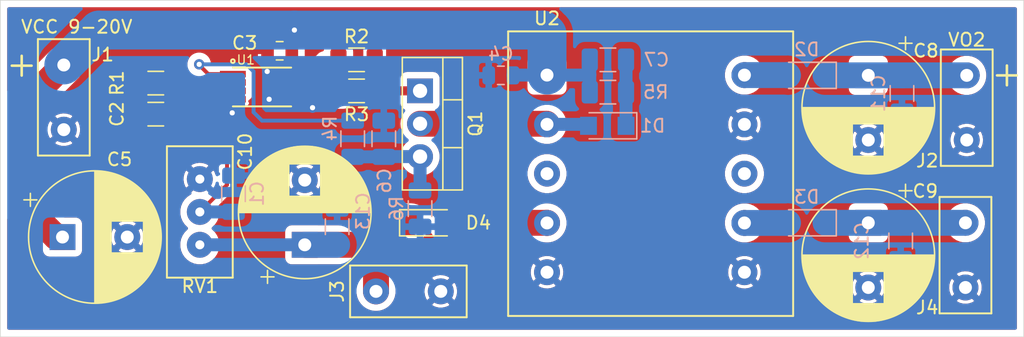
<source format=kicad_pcb>
(kicad_pcb (version 20171130) (host pcbnew 5.1.5+dfsg1-2build2)
  (layers (0 F.Cu signal) (31 B.Cu signal) (34 B.Paste user) (35 F.Paste user) (36 B.SilkS user) (37 F.SilkS user) (38 B.Mask user) (39 F.Mask user) (44 Edge.Cuts user))
  (net 0 "")
  (net 1 "Net-(C1-Pad1)")
  (net 2 GND)
  (net 3 "Net-(C2-Pad1)")
  (net 4 +12V)
  (net 5 "Net-(C6-Pad1)")
  (net 6 "Net-(C7-Pad2)")
  (net 7 +40V)
  (net 8 +7V)
  (net 9 +x)
  (net 10 "Net-(D1-Pad2)")
  (net 11 "Net-(D2-Pad2)")
  (net 12 "Net-(D3-Pad2)")
  (net 13 "Net-(D4-Pad2)")
  (net 14 "Net-(Q1-Pad1)")
  (net 15 "Net-(R1-Pad2)")
  (net 16 "Net-(R2-Pad2)")
  (net 17 "Net-(R3-Pad2)")
  (net 18 "Net-(R4-Pad2)")
  (module Capacitor_SMD:C_0805_2012Metric (layer B.Cu) (at 96.6375 51.8 180)
    (fp_text reference C4 (at 0 1.65) (layer B.SilkS) (effects (justify mirror)))
    (fp_text value 1u)
    (pad 1 smd roundrect (at -0.9375 0 180) (size 0.975 1.4) (layers B.Cu B.Paste B.Mask) (net 4 +12V))
    (pad 2 smd roundrect (at 0.9375 0 180) (size 0.975 1.4) (layers B.Cu B.Paste B.Mask) (net 2 GND))
  )
  (module Capacitor_SMD:C_1206_3216Metric (layer B.Cu) (at 76 60.95 90)
    (fp_text reference C1 (at 0 1.82 90) (layer B.SilkS) (effects (justify mirror)))
    (fp_text value 100p)
    (pad 1 smd roundrect (at -1.4 0 90) (size 1.25 1.75) (layers B.Cu B.Paste B.Mask) (roundrect_rratio 0.2) (net 1 "Net-(C1-Pad1)"))
    (pad 2 smd roundrect (at 1.4 0 90) (size 1.25 1.75) (layers B.Cu B.Paste B.Mask) (roundrect_rratio 0.2) (net 2 GND))
  )
  (module Capacitor_SMD:C_1206_3216Metric (layer F.Cu) (at 70 54.8)
    (fp_text reference C2 (at -3 0 90) (layer F.SilkS))
    (fp_text value 1n)
    (pad 1 smd roundrect (at -1.4 0) (size 1.25 1.75) (layers F.Cu F.Paste F.Mask) (roundrect_rratio 0.2) (net 3 "Net-(C2-Pad1)"))
    (pad 2 smd roundrect (at 1.4 0) (size 1.25 1.75) (layers F.Cu F.Paste F.Mask) (roundrect_rratio 0.2) (net 2 GND))
  )
  (module Capacitor_SMD:C_0805_2012Metric (layer F.Cu) (at 79.5625 49.9 180)
    (fp_text reference C3 (at 2.7 0.6) (layer F.SilkS))
    (fp_text value 1u)
    (pad 2 smd roundrect (at 0.9375 0 180) (size 0.975 1.4) (layers F.Cu F.Paste F.Mask) (net 2 GND))
    (pad 1 smd roundrect (at -0.9375 0 180) (size 0.975 1.4) (layers F.Cu F.Paste F.Mask) (net 4 +12V))
  )
  (module Capacitor_THT:CP_Radial_D10.0mm_P5.00mm (layer F.Cu) (at 62.8 64.3)
    (fp_text reference C5 (at 4.4 -6) (layer F.SilkS))
    (fp_text value 470u)
    (pad 1 thru_hole rect (at 0 0) (size 2 2) (drill 1) (layers *.Cu *.Mask) (net 4 +12V))
    (pad 2 thru_hole circle (at 5 0) (size 2 2) (drill 1) (layers *.Cu *.Mask) (net 2 GND))
  )
  (module Capacitor_SMD:C_1206_3216Metric (layer B.Cu) (at 87.6 56.7 90)
    (fp_text reference C6 (at -3.25 0.05 90) (layer B.SilkS) (effects (justify mirror)))
    (fp_text value 1n)
    (pad 2 smd roundrect (at 1.4 0 90) (size 1.25 1.75) (layers B.Cu B.Paste B.Mask) (roundrect_rratio 0.2) (net 2 GND))
    (pad 1 smd roundrect (at -1.4 0 90) (size 1.25 1.75) (layers B.Cu B.Paste B.Mask) (roundrect_rratio 0.2) (net 5 "Net-(C6-Pad1)"))
  )
  (module Capacitor_SMD:C_1206_3216Metric (layer B.Cu) (at 104.9 50.6)
    (fp_text reference C7 (at 3.75 0) (layer B.SilkS) (effects (justify mirror)))
    (fp_text value 100n)
    (pad 2 smd roundrect (at 1.4 0) (size 1.25 1.75) (layers B.Cu B.Paste B.Mask) (roundrect_rratio 0.2) (net 6 "Net-(C7-Pad2)"))
    (pad 1 smd roundrect (at -1.4 0) (size 1.25 1.75) (layers B.Cu B.Paste B.Mask) (roundrect_rratio 0.2) (net 4 +12V))
  )
  (module Capacitor_THT:CP_Radial_D10.0mm_P5.00mm (layer F.Cu) (at 125 51.8 270)
    (fp_text reference C8 (at -1.9 -4.45 180) (layer F.SilkS))
    (fp_text value 220u/63V)
    (pad 1 thru_hole rect (at 0 0 270) (size 2 2) (drill 1) (layers *.Cu *.Mask) (net 7 +40V))
    (pad 2 thru_hole circle (at 5 0 270) (size 2 2) (drill 1) (layers *.Cu *.Mask) (net 2 GND))
  )
  (module Capacitor_THT:CP_Radial_D10.0mm_P5.00mm (layer F.Cu) (at 125 63.2 270)
    (fp_text reference C9 (at -2.45 -4.4) (layer F.SilkS))
    (fp_text value 470u/25V)
    (pad 2 thru_hole circle (at 5 0 270) (size 2 2) (drill 1) (layers *.Cu *.Mask) (net 2 GND))
    (pad 1 thru_hole rect (at 0 0 270) (size 2 2) (drill 1) (layers *.Cu *.Mask) (net 9 +x))
  )
  (module Capacitor_THT:CP_Radial_D10.0mm_P5.00mm (layer F.Cu) (at 81.5 64.9 90)
    (fp_text reference C10 (at 7.2 -4.6 90) (layer F.SilkS))
    (fp_text value 470u)
    (pad 2 thru_hole circle (at 5 0 90) (size 2 2) (drill 1) (layers *.Cu *.Mask) (net 2 GND))
    (pad 1 thru_hole rect (at 0 0 90) (size 2 2) (drill 1) (layers *.Cu *.Mask) (net 8 +7V))
  )
  (module Capacitor_SMD:C_1206_3216Metric (layer B.Cu) (at 127.6 53.2 270)
    (fp_text reference C11 (at 0 1.82 90) (layer B.SilkS) (effects (justify mirror)))
    (fp_text value 100n)
    (pad 1 smd roundrect (at -1.4 0 270) (size 1.25 1.75) (layers B.Cu B.Paste B.Mask) (roundrect_rratio 0.2) (net 7 +40V))
    (pad 2 smd roundrect (at 1.4 0 270) (size 1.25 1.75) (layers B.Cu B.Paste B.Mask) (roundrect_rratio 0.2) (net 2 GND))
  )
  (module Capacitor_SMD:C_1206_3216Metric (layer B.Cu) (at 127.5 64.6 270)
    (fp_text reference C12 (at 0 3 270) (layer B.SilkS) (effects (justify mirror)))
    (fp_text value 100n)
    (pad 1 smd roundrect (at -1.4 0 270) (size 1.25 1.75) (layers B.Cu B.Paste B.Mask) (roundrect_rratio 0.2) (net 9 +x))
    (pad 2 smd roundrect (at 1.4 0 270) (size 1.25 1.75) (layers B.Cu B.Paste B.Mask) (roundrect_rratio 0.2) (net 2 GND))
  )
  (module Capacitor_SMD:C_1206_3216Metric (layer B.Cu) (at 84 63.5 90)
    (fp_text reference C13 (at 1.2 2 90) (layer B.SilkS) (effects (justify mirror)))
    (fp_text value 100n)
    (pad 2 smd roundrect (at 1.4 0 90) (size 1.25 1.75) (layers B.Cu B.Paste B.Mask) (roundrect_rratio 0.2) (net 2 GND))
    (pad 1 smd roundrect (at -1.4 0 90) (size 1.25 1.75) (layers B.Cu B.Paste B.Mask) (roundrect_rratio 0.2) (net 8 +7V))
  )
  (module hardware_v1:eylet_connector (layer F.Cu) (at 62.9 51)
    (fp_text reference J1 (at 3 -0.8) (layer F.SilkS))
    (fp_text value Conn_01x02)
    (pad 1 thru_hole circle (at 0 0) (size 2 2) (drill 1) (layers *.Cu *.Mask) (net 4 +12V))
    (pad 2 thru_hole circle (at 0 5) (size 2 2) (drill 1) (layers *.Cu *.Mask) (net 2 GND))
  )
  (module hardware_v1:eylet_connector (layer F.Cu) (at 132.6 51.8)
    (fp_text reference J2 (at -3.05 6.6) (layer F.SilkS))
    (fp_text value Conn_01x02)
    (pad 2 thru_hole circle (at 0 5) (size 2 2) (drill 1) (layers *.Cu *.Mask) (net 2 GND))
    (pad 1 thru_hole circle (at 0 0) (size 2 2) (drill 1) (layers *.Cu *.Mask) (net 7 +40V))
  )
  (module hardware_v1:eylet_connector (layer F.Cu) (at 87 68.5 90)
    (fp_text reference J3 (at 0 -3 90) (layer F.SilkS))
    (fp_text value Conn_01x02)
    (pad 2 thru_hole circle (at 0 5 90) (size 2 2) (drill 1) (layers *.Cu *.Mask) (net 2 GND))
    (pad 1 thru_hole circle (at 0 0 90) (size 2 2) (drill 1) (layers *.Cu *.Mask) (net 8 +7V))
  )
  (module hardware_v1:eylet_connector (layer F.Cu) (at 132.5 63.2)
    (fp_text reference J4 (at -2.95 6.55) (layer F.SilkS))
    (fp_text value Conn_01x02)
    (pad 1 thru_hole circle (at 0 0) (size 2 2) (drill 1) (layers *.Cu *.Mask) (net 9 +x))
    (pad 2 thru_hole circle (at 0 5) (size 2 2) (drill 1) (layers *.Cu *.Mask) (net 2 GND))
  )
  (module Package_TO_SOT_THT:TO-220-3_Vertical (layer F.Cu) (at 90.4 53 270)
    (fp_text reference Q1 (at 2.54 -4.27 90) (layer F.SilkS))
    (fp_text value Q_NMOS_GDS)
    (pad 1 thru_hole rect (at 0 0 270) (size 1.905 2) (drill 1.1) (layers *.Cu *.Mask) (net 14 "Net-(Q1-Pad1)"))
    (pad 2 thru_hole oval (at 2.54 0 270) (size 1.905 2) (drill 1.1) (layers *.Cu *.Mask) (net 10 "Net-(D1-Pad2)"))
    (pad 3 thru_hole oval (at 5.08 0 270) (size 1.905 2) (drill 1.1) (layers *.Cu *.Mask) (net 5 "Net-(C6-Pad1)"))
  )
  (module Resistor_SMD:R_1206_3216Metric (layer F.Cu) (at 70 52.4)
    (fp_text reference R1 (at -3 0 90) (layer F.SilkS))
    (fp_text value 100k)
    (pad 2 smd roundrect (at 1.4 0) (size 1.25 1.75) (layers F.Cu F.Paste F.Mask) (roundrect_rratio 0.2) (net 15 "Net-(R1-Pad2)"))
    (pad 1 smd roundrect (at -1.4 0) (size 1.25 1.75) (layers F.Cu F.Paste F.Mask) (roundrect_rratio 0.2) (net 3 "Net-(C2-Pad1)"))
  )
  (module Resistor_SMD:R_1206_3216Metric (layer F.Cu) (at 85.5 50.6 180)
    (fp_text reference R2 (at 0 1.8) (layer F.SilkS))
    (fp_text value 100k)
    (pad 2 smd roundrect (at 1.4 0 180) (size 1.25 1.75) (layers F.Cu F.Paste F.Mask) (roundrect_rratio 0.2) (net 16 "Net-(R2-Pad2)"))
    (pad 1 smd roundrect (at -1.4 0 180) (size 1.25 1.75) (layers F.Cu F.Paste F.Mask) (roundrect_rratio 0.2) (net 2 GND))
  )
  (module Resistor_SMD:R_1206_3216Metric (layer F.Cu) (at 85.5 53 180)
    (fp_text reference R3 (at 0 -1.82) (layer F.SilkS))
    (fp_text value 4.7)
    (pad 1 smd roundrect (at -1.4 0 180) (size 1.25 1.75) (layers F.Cu F.Paste F.Mask) (roundrect_rratio 0.2) (net 14 "Net-(Q1-Pad1)"))
    (pad 2 smd roundrect (at 1.4 0 180) (size 1.25 1.75) (layers F.Cu F.Paste F.Mask) (roundrect_rratio 0.2) (net 17 "Net-(R3-Pad2)"))
  )
  (module Resistor_SMD:R_1206_3216Metric (layer B.Cu) (at 85.2 56.7 90)
    (fp_text reference R4 (at 0.8 -1.75 90) (layer B.SilkS) (effects (justify mirror)))
    (fp_text value 1k)
    (pad 1 smd roundrect (at -1.4 0 90) (size 1.25 1.75) (layers B.Cu B.Paste B.Mask) (roundrect_rratio 0.2) (net 5 "Net-(C6-Pad1)"))
    (pad 2 smd roundrect (at 1.4 0 90) (size 1.25 1.75) (layers B.Cu B.Paste B.Mask) (roundrect_rratio 0.2) (net 18 "Net-(R4-Pad2)"))
  )
  (module Resistor_SMD:R_1206_3216Metric (layer B.Cu) (at 104.9 53.1 180)
    (fp_text reference R5 (at -3.7 0) (layer B.SilkS) (effects (justify mirror)))
    (fp_text value 1k)
    (pad 1 smd roundrect (at -1.4 0 180) (size 1.25 1.75) (layers B.Cu B.Paste B.Mask) (roundrect_rratio 0.2) (net 6 "Net-(C7-Pad2)"))
    (pad 2 smd roundrect (at 1.4 0 180) (size 1.25 1.75) (layers B.Cu B.Paste B.Mask) (roundrect_rratio 0.2) (net 4 +12V))
  )
  (module Resistor_SMD:R_1206_3216Metric (layer B.Cu) (at 90.4 62.1 270)
    (fp_text reference R6 (at 0 1.82 270) (layer B.SilkS) (effects (justify mirror)))
    (fp_text value 0.220)
    (pad 2 smd roundrect (at 1.4 0 270) (size 1.25 1.75) (layers B.Cu B.Paste B.Mask) (roundrect_rratio 0.2) (net 2 GND))
    (pad 1 smd roundrect (at -1.4 0 270) (size 1.25 1.75) (layers B.Cu B.Paste B.Mask) (roundrect_rratio 0.2) (net 5 "Net-(C6-Pad1)"))
  )
  (module hardware_v1:pot_multiturn (layer F.Cu) (at 73.4 64.9 180)
    (fp_text reference RV1 (at 0 -3.2) (layer F.SilkS))
    (fp_text value 100k)
    (pad 1 thru_hole circle (at 0 0 180) (size 2 2) (drill 0.7) (layers *.Cu *.Mask) (net 8 +7V))
    (pad 2 thru_hole circle (at 0 2.54 180) (size 2 2) (drill 0.7) (layers *.Cu *.Mask) (net 1 "Net-(C1-Pad1)"))
    (pad 3 thru_hole circle (at 0 5.08 180) (size 2 2) (drill 0.7) (layers *.Cu *.Mask) (net 2 GND))
  )
  (module hardware_v1:LM3488 (layer F.Cu) (at 75.95 51.7 270)
    (fp_text reference U1 (at -1.1 -1) (layer F.SilkS) (effects (font (size 0.7 0.7) (thickness 0.1))))
    (fp_text value LM3488)
    (pad 1 smd rect (at 0 0 270) (size 0.5 2) (layers F.Cu F.Paste F.Mask) (net 18 "Net-(R4-Pad2)"))
    (pad 2 smd rect (at 0.65 0 270) (size 0.5 2) (layers F.Cu F.Paste F.Mask) (net 15 "Net-(R1-Pad2)"))
    (pad 3 smd rect (at 1.3 0 270) (size 0.5 2) (layers F.Cu F.Paste F.Mask) (net 1 "Net-(C1-Pad1)"))
    (pad 4 smd rect (at 1.95 0 270) (size 0.5 2) (layers F.Cu F.Paste F.Mask) (net 2 GND))
    (pad 5 smd rect (at 1.95 -4.55 270) (size 0.5 2) (layers F.Cu F.Paste F.Mask) (net 2 GND))
    (pad 6 smd rect (at 1.3 -4.55 270) (size 0.5 2) (layers F.Cu F.Paste F.Mask) (net 17 "Net-(R3-Pad2)"))
    (pad 7 smd rect (at 0.65 -4.55 270) (size 0.5 2) (layers F.Cu F.Paste F.Mask) (net 16 "Net-(R2-Pad2)"))
    (pad 8 smd rect (at 0 -4.55 270) (size 0.5 2) (layers F.Cu F.Paste F.Mask) (net 4 +12V))
  )
  (module hardware_v1:B66206B1110T001 (layer F.Cu) (at 100.2 59.4)
    (fp_text reference U2 (at 0 -12) (layer F.SilkS))
    (fp_text value B66206B1110T001)
    (pad 1 thru_hole rect (at 0 -7.62) (size 2 2) (drill 1) (layers *.Cu *.Mask) (net 4 +12V))
    (pad 2 thru_hole circle (at 0 -3.81) (size 2 2) (drill 1) (layers *.Cu *.Mask) (net 10 "Net-(D1-Pad2)"))
    (pad 3 thru_hole circle (at 0 0) (size 2 2) (drill 1) (layers *.Cu *.Mask))
    (pad 4 thru_hole circle (at 0 3.81) (size 2 2) (drill 1) (layers *.Cu *.Mask) (net 13 "Net-(D4-Pad2)"))
    (pad 5 thru_hole circle (at 0 7.62) (size 2 2) (drill 1) (layers *.Cu *.Mask) (net 2 GND))
    (pad 6 thru_hole circle (at 15.24 7.62) (size 2 2) (drill 1) (layers *.Cu *.Mask) (net 2 GND))
    (pad 7 thru_hole circle (at 15.24 3.81) (size 2 2) (drill 1) (layers *.Cu *.Mask) (net 12 "Net-(D3-Pad2)"))
    (pad 8 thru_hole circle (at 15.24 0) (size 2 2) (drill 1) (layers *.Cu *.Mask))
    (pad 9 thru_hole circle (at 15.24 -3.81) (size 2 2) (drill 1) (layers *.Cu *.Mask) (net 2 GND))
    (pad 10 thru_hole circle (at 15.24 -7.62) (size 2 2) (drill 1) (layers *.Cu *.Mask) (net 11 "Net-(D2-Pad2)"))
  )
  (module Diode_SMD:D_SMF (layer B.Cu) (at 104.85 55.7 180)
    (fp_text reference D1 (at -3.5 0) (layer B.SilkS) (effects (justify mirror)))
    (fp_text value V2F22HM3/H)
    (pad 2 smd rect (at 1.45 0 180) (size 1.3 1.4) (layers B.Cu B.Paste B.Mask) (net 10 "Net-(D1-Pad2)"))
    (pad 1 smd rect (at -1.45 0 180) (size 1.3 1.4) (layers B.Cu B.Paste B.Mask) (net 6 "Net-(C7-Pad2)"))
  )
  (module Diode_SMD:D_SMF (layer B.Cu) (at 120.25 51.8 180)
    (fp_text reference D2 (at 0 2) (layer B.SilkS) (effects (justify mirror)))
    (fp_text value V2F22HM3/H)
    (pad 1 smd rect (at -1.45 0 180) (size 1.3 1.4) (layers B.Cu B.Paste B.Mask) (net 7 +40V))
    (pad 2 smd rect (at 1.45 0 180) (size 1.3 1.4) (layers B.Cu B.Paste B.Mask) (net 11 "Net-(D2-Pad2)"))
  )
  (module Diode_SMD:D_SMF (layer B.Cu) (at 120.25 63.2 180)
    (fp_text reference D3 (at 0 2) (layer B.SilkS) (effects (justify mirror)))
    (fp_text value V2F22HM3/H)
    (pad 1 smd rect (at -1.45 0 180) (size 1.3 1.4) (layers B.Cu B.Paste B.Mask) (net 9 +x))
    (pad 2 smd rect (at 1.45 0 180) (size 1.3 1.4) (layers B.Cu B.Paste B.Mask) (net 12 "Net-(D3-Pad2)"))
  )
  (module Diode_SMD:D_SMF (layer F.Cu) (at 91.1 63.2)
    (fp_text reference D4 (at 3.8 0) (layer F.SilkS))
    (fp_text value V2F22HM3/H)
    (pad 2 smd rect (at 1.45 0) (size 1.3 1.4) (layers F.Cu F.Paste F.Mask) (net 13 "Net-(D4-Pad2)"))
    (pad 1 smd rect (at -1.45 0) (size 1.3 1.4) (layers F.Cu F.Paste F.Mask) (net 8 +7V))
  )
  (gr_text + (at 135.7 51.65) (layer F.SilkS) (effects (font (size 2 2) (thickness 0.2))))
  (gr_text VO2 (at 132.6 49.05) (layer F.SilkS) (effects (font (size 1 1))))
  (gr_text + (at 59.65 50.9) (layer F.SilkS) (effects (font (size 2 2) (thickness 0.2))))
  (gr_text "VCC 9-20V" (at 63.9 48.05) (layer F.SilkS) (effects (font (size 1 1))))
  (gr_line (start 58 46) (end 58 72) (layer Edge.Cuts) (width 0.05))
  (gr_line (start 137 46) (end 58 46) (layer Edge.Cuts) (width 0.05))
  (gr_line (start 137 72) (end 137 46) (layer Edge.Cuts) (width 0.05))
  (gr_line (start 58 72) (end 137 72) (layer Edge.Cuts) (width 0.05))
  (segment (start 75.99 62.36) (end 76 62.35) (width 1) (layer B.Cu) (net 1))
  (segment (start 73.4 62.36) (end 75.99 62.36) (width 1) (layer B.Cu) (net 1))
  (segment (start 75.95 53) (end 74.25 53) (width 0.3) (layer F.Cu) (net 1))
  (segment (start 74.25 53) (end 73.45 53.8) (width 0.3) (layer F.Cu) (net 1))
  (segment (start 73.45 53.8) (end 73.45 55.45) (width 0.3) (layer F.Cu) (net 1))
  (segment (start 73.45 55.45) (end 75.5 57.5) (width 0.3) (layer F.Cu) (net 1))
  (segment (start 75.5 60.26) (end 73.4 62.36) (width 0.3) (layer F.Cu) (net 1))
  (segment (start 75.5 57.5) (end 75.5 60.26) (width 0.3) (layer F.Cu) (net 1))
  (via (at 82.1 54.3) (size 0.8) (drill 0.4) (layers F.Cu B.Cu) (net 2))
  (segment (start 81.45 53.65) (end 82.1 54.3) (width 0.3) (layer F.Cu) (net 2))
  (segment (start 80.5 53.65) (end 81.45 53.65) (width 0.3) (layer F.Cu) (net 2))
  (via (at 75.9 54.7) (size 0.8) (drill 0.4) (layers F.Cu B.Cu) (net 2))
  (segment (start 75.95 54.65) (end 75.9 54.7) (width 0.3) (layer F.Cu) (net 2))
  (segment (start 75.95 53.65) (end 75.95 54.65) (width 0.3) (layer F.Cu) (net 2))
  (via (at 78.75 53.65) (size 0.8) (drill 0.4) (layers F.Cu B.Cu) (net 2))
  (segment (start 80.5 53.65) (end 78.75 53.65) (width 0.3) (layer F.Cu) (net 2))
  (via (at 78.6 51.5) (size 0.8) (drill 0.4) (layers F.Cu B.Cu) (net 2))
  (segment (start 78.625 51.475) (end 78.6 51.5) (width 0.3) (layer F.Cu) (net 2))
  (segment (start 78.625 49.9) (end 78.625 51.475) (width 0.3) (layer F.Cu) (net 2))
  (segment (start 68.6 52.4) (end 68.6 54.8) (width 0.3) (layer F.Cu) (net 3))
  (segment (start 80.5 51.7) (end 80.5 49.9) (width 0.3) (layer F.Cu) (net 4))
  (segment (start 100.2 51.78) (end 103.47 51.78) (width 1) (layer B.Cu) (net 4))
  (segment (start 103.5 51.75) (end 103.5 50.6) (width 1) (layer B.Cu) (net 4))
  (segment (start 103.47 51.78) (end 103.5 51.75) (width 1) (layer B.Cu) (net 4))
  (segment (start 103.5 53.1) (end 103.5 51.75) (width 1) (layer B.Cu) (net 4))
  (segment (start 97.595 51.78) (end 97.575 51.8) (width 1) (layer B.Cu) (net 4))
  (segment (start 100.2 51.78) (end 97.595 51.78) (width 1) (layer B.Cu) (net 4))
  (segment (start 62.8 64.3) (end 62.3 64.3) (width 2) (layer F.Cu) (net 4))
  (segment (start 62.3 64.3) (end 60 62) (width 2) (layer F.Cu) (net 4))
  (segment (start 60 53.9) (end 62.9 51) (width 2) (layer F.Cu) (net 4))
  (segment (start 60 62) (end 60 53.9) (width 2) (layer F.Cu) (net 4))
  (segment (start 62.9 51) (end 65.6 48.3) (width 3) (layer B.Cu) (net 4))
  (segment (start 100.2 48.6) (end 100.2 51.78) (width 3) (layer B.Cu) (net 4))
  (segment (start 99.9 48.3) (end 100.2 48.6) (width 3) (layer B.Cu) (net 4))
  (segment (start 80.5 48.5) (end 80.7 48.3) (width 0.7) (layer F.Cu) (net 4))
  (via (at 80.7 48.3) (size 0.8) (drill 0.4) (layers F.Cu B.Cu) (net 4))
  (segment (start 80.5 49.9) (end 80.5 48.5) (width 0.7) (layer F.Cu) (net 4))
  (segment (start 80.7 48.3) (end 99.9 48.3) (width 3) (layer B.Cu) (net 4))
  (segment (start 65.6 48.3) (end 80.7 48.3) (width 3) (layer B.Cu) (net 4))
  (segment (start 90.4 58.08) (end 90.4 60.7) (width 1) (layer B.Cu) (net 5))
  (segment (start 87.62 58.08) (end 87.6 58.1) (width 1) (layer B.Cu) (net 5))
  (segment (start 90.4 58.08) (end 87.62 58.08) (width 1) (layer B.Cu) (net 5))
  (segment (start 85.2 58.1) (end 87.6 58.1) (width 1) (layer B.Cu) (net 5))
  (segment (start 106.3 55.7) (end 106.3 53.1) (width 1) (layer B.Cu) (net 6))
  (segment (start 106.3 50.6) (end 106.3 53.1) (width 1) (layer B.Cu) (net 6))
  (segment (start 121.7 51.8) (end 125 51.8) (width 2) (layer B.Cu) (net 7))
  (segment (start 125 51.8) (end 127.6 51.8) (width 2) (layer B.Cu) (net 7))
  (segment (start 127.6 51.8) (end 132.6 51.8) (width 2) (layer B.Cu) (net 7))
  (segment (start 89.65 63.2) (end 88.3 63.2) (width 2) (layer F.Cu) (net 8))
  (segment (start 87 64.5) (end 87 68.5) (width 2) (layer F.Cu) (net 8))
  (segment (start 88.3 63.2) (end 87 64.5) (width 2) (layer F.Cu) (net 8))
  (segment (start 86.6 64.9) (end 87 64.5) (width 2) (layer F.Cu) (net 8))
  (segment (start 81.5 64.9) (end 86.6 64.9) (width 2) (layer F.Cu) (net 8))
  (segment (start 81.5 64.9) (end 84 64.9) (width 2) (layer B.Cu) (net 8))
  (segment (start 73.4 64.9) (end 81.5 64.9) (width 1) (layer B.Cu) (net 8))
  (segment (start 121.7 63.2) (end 125 63.2) (width 2) (layer B.Cu) (net 9))
  (segment (start 125 63.2) (end 127.5 63.2) (width 2) (layer B.Cu) (net 9))
  (segment (start 127.5 63.2) (end 132.5 63.2) (width 2) (layer B.Cu) (net 9))
  (segment (start 100.15 55.54) (end 100.2 55.59) (width 2) (layer F.Cu) (net 10))
  (segment (start 90.4 55.54) (end 100.15 55.54) (width 2) (layer F.Cu) (net 10))
  (segment (start 103.29 55.59) (end 103.4 55.7) (width 1) (layer B.Cu) (net 10))
  (segment (start 100.2 55.59) (end 103.29 55.59) (width 1) (layer B.Cu) (net 10))
  (segment (start 118.78 51.78) (end 118.8 51.8) (width 2) (layer B.Cu) (net 11))
  (segment (start 115.44 51.78) (end 118.78 51.78) (width 2) (layer B.Cu) (net 11))
  (segment (start 118.79 63.21) (end 118.8 63.2) (width 2) (layer B.Cu) (net 12))
  (segment (start 115.44 63.21) (end 118.79 63.21) (width 2) (layer B.Cu) (net 12))
  (segment (start 100.19 63.2) (end 100.2 63.21) (width 2) (layer F.Cu) (net 13))
  (segment (start 92.55 63.2) (end 100.19 63.2) (width 2) (layer F.Cu) (net 13))
  (segment (start 86.9 53) (end 90.4 53) (width 0.7) (layer F.Cu) (net 14))
  (segment (start 75.95 52.35) (end 72.55 52.35) (width 0.3) (layer F.Cu) (net 15))
  (segment (start 72.5 52.4) (end 71.4 52.4) (width 0.3) (layer F.Cu) (net 15))
  (segment (start 72.55 52.35) (end 72.5 52.4) (width 0.3) (layer F.Cu) (net 15))
  (segment (start 80.5 52.35) (end 82.35 52.35) (width 0.3) (layer F.Cu) (net 16))
  (segment (start 82.35 52.35) (end 82.7 52) (width 0.3) (layer F.Cu) (net 16))
  (segment (start 82.7 52) (end 82.7 50.9) (width 0.3) (layer F.Cu) (net 16))
  (segment (start 83 50.6) (end 84.1 50.6) (width 0.3) (layer F.Cu) (net 16))
  (segment (start 82.7 50.9) (end 83 50.6) (width 0.3) (layer F.Cu) (net 16))
  (segment (start 80.5 53) (end 84.1 53) (width 0.3) (layer F.Cu) (net 17))
  (via (at 73.35 50.95) (size 0.8) (drill 0.4) (layers F.Cu B.Cu) (net 18))
  (segment (start 73.35 50.95) (end 73.35 51) (width 0.3) (layer F.Cu) (net 18))
  (segment (start 74.05 51.7) (end 75.95 51.7) (width 0.3) (layer F.Cu) (net 18))
  (segment (start 73.35 51) (end 74.05 51.7) (width 0.3) (layer F.Cu) (net 18))
  (segment (start 77 50.95) (end 73.35 50.95) (width 0.3) (layer B.Cu) (net 18))
  (segment (start 77.55 51.5) (end 77 50.95) (width 0.3) (layer B.Cu) (net 18))
  (segment (start 77.55 54.65) (end 77.55 51.5) (width 0.3) (layer B.Cu) (net 18))
  (segment (start 78.2 55.3) (end 77.55 54.65) (width 0.3) (layer B.Cu) (net 18))
  (segment (start 85.2 55.3) (end 78.2 55.3) (width 0.3) (layer B.Cu) (net 18))
  (zone (net 2) (net_name GND) (layer F.Cu) (connect_pads (clearance 0.508)) (min_thickness 0.254) (fill yes (arc_segments 32) (thermal_gap 0.254) (thermal_bridge_width 0.508))
    (polygon (pts (xy 137 72) (xy 58 72) (xy 58 46) (xy 137 46)))
  )
  (zone (net 2) (net_name GND) (layer B.Cu) (connect_pads (clearance 0.508)) (min_thickness 0.254) (fill yes (arc_segments 32) (thermal_gap 0.254) (thermal_bridge_width 0.508))
    (polygon (pts (xy 137 72) (xy 58 72) (xy 58 46) (xy 137 46)))
  )
)
</source>
